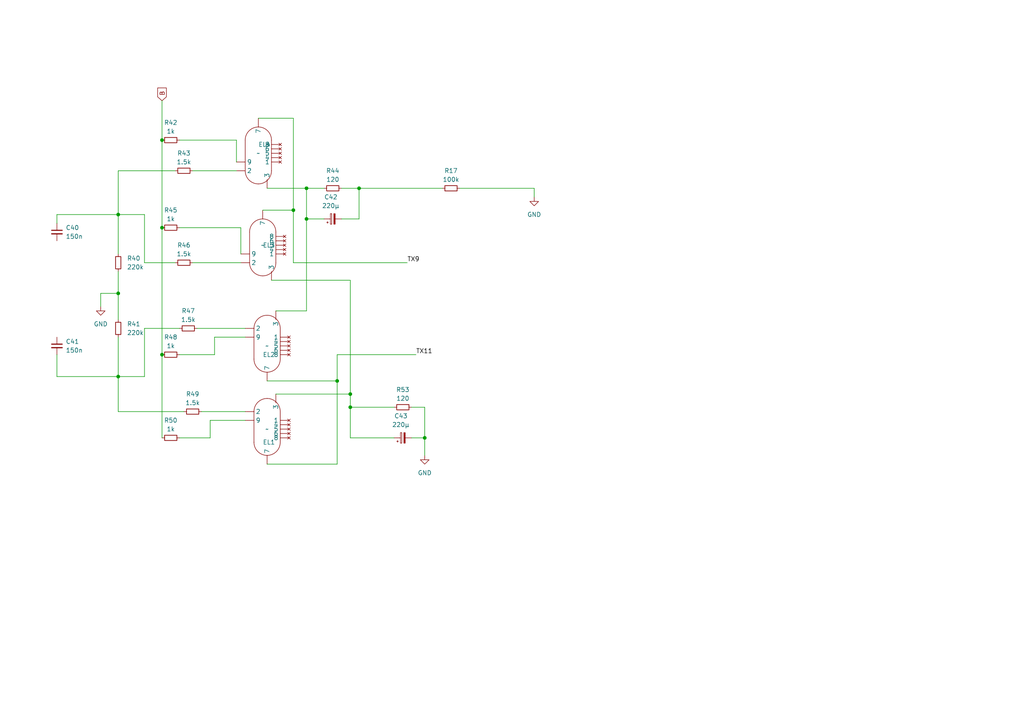
<source format=kicad_sch>
(kicad_sch (version 20230121) (generator eeschema)
  (paper "A4")
  (lib_symbols
    (symbol "Device:C_Polarized_Small" (pin_numbers hide) (pin_names (offset 0.254) hide)
      (property "Reference" "C" (at 0.254 1.778 0))
      (property "Value" "C_Polarized_Small" (at 0.254 -2.032 0))
      (symbol "C_Polarized_Small_0_1"
        (rectangle (start -1.524 -0.3048) (end 1.524 -0.6858) (fill (type outline)))
        (rectangle (start -1.524 0.6858) (end 1.524 0.3048))
        (polyline (pts (xy -1.27 1.524) (xy -0.762 1.524)))
        (polyline (pts (xy -1.016 1.27) (xy -1.016 1.778)))
      )
      (symbol "C_Polarized_Small_1_1"
        (pin passive line (at 0 2.54 270) (length 1.8542) (name "~") (number "1"))
        (pin passive line (at 0 -2.54 90) (length 1.8542) (name "~") (number "2"))
      )
    )
    (symbol "Device:C_Small" (pin_numbers hide) (pin_names (offset 0.254) hide)
      (property "Reference" "C" (at 0.254 1.778 0))
      (property "Value" "C_Small" (at 0.254 -2.032 0))
      (symbol "C_Small_0_1"
        (polyline (pts (xy -1.524 -0.508) (xy 1.524 -0.508)) (stroke (width 0.3302)))
        (polyline (pts (xy -1.524 0.508) (xy 1.524 0.508)) (stroke (width 0.3048)))
      )
      (symbol "C_Small_1_1"
        (pin passive line (at 0 2.54 270) (length 2.032) (name "~") (number "1"))
        (pin passive line (at 0 -2.54 90) (length 2.032) (name "~") (number "2"))
      )
    )
    (symbol "Device:R_Small" (pin_numbers hide) (pin_names (offset 0.254) hide)
      (property "Reference" "R" (at 0.762 0.508 0))
      (property "Value" "R_Small" (at 0.762 -1.016 0))
      (symbol "R_Small_0_1"
        (rectangle (start -0.762 1.778) (end 0.762 -1.778) (stroke (width 0.2032)))
      )
      (symbol "R_Small_1_1"
        (pin passive line (at 0 2.54 270) (length 0.762) (name "~") (number "1"))
        (pin passive line (at 0 -2.54 90) (length 0.762) (name "~") (number "2"))
      )
    )
    (symbol "Maker:EL84_rapide"
      (property "Reference" "EL84" (at 0 0 0))
      (symbol "EL84_rapide_0_1"
        (arc (start -3.81 -5.08) (mid -2.6941 -7.7741) (end 0 -8.89))
        (arc (start 0 -8.89) (mid 2.6941 -7.7741) (end 3.81 -5.08))
        (polyline (pts (xy 3.81 3.81) (xy 3.81 -5.08)))
        (polyline (pts (xy -3.81 3.81) (xy -3.81 -5.08) (xy -3.81 -1.27)))
        (arc (start 0 7.62) (mid -2.6941 6.5041) (end -3.81 3.81))
        (arc (start 3.81 3.81) (mid 2.6941 6.5041) (end 0 7.62))
      )
      (symbol "EL84_rapide_1_1"
        (pin no_connect line (at 6.35 -2.54 180) (length 2.54) (name "1") (number ""))
        (pin input line (at -6.35 -5.08 0) (length 2.54) (name "2") (number ""))
        (pin output line (at 2.54 -10.16 90) (length 2.54) (name "3") (number ""))
        (pin no_connect line (at 6.35 -1.27 180) (length 2.54) (name "4") (number ""))
        (pin no_connect line (at 6.35 0 180) (length 2.54) (name "5") (number ""))
        (pin no_connect line (at 6.35 1.27 180) (length 2.54) (name "6") (number ""))
        (pin output line (at 0 10.16 270) (length 2.54) (name "7") (number ""))
        (pin no_connect line (at 6.35 2.54 180) (length 2.54) (name "8") (number ""))
        (pin input line (at -6.35 -2.54 0) (length 2.54) (name "9") (number ""))
      )
    )
    (symbol "power:GND" (power) (pin_names (offset 0))
      (property "Value" "GND" (at 0 -3.81 0))
      (symbol "GND_0_1"
        (polyline (pts (xy 0 0) (xy 0 -1.27) (xy 1.27 -1.27) (xy 0 -2.54) (xy -1.27 -1.27) (xy 0 -1.27)))
      )
      (symbol "GND_1_1"
        (pin power_in line (at 0 0 270) (length 0) hide (name "GND") (number "1"))
      )
    )
  )
  (junction (at 101.6 118.11))
  (junction (at 46.99 66.04))
  (junction (at 104.14 54.61))
  (junction (at 34.29 85.09))
  (junction (at 46.99 40.64))
  (junction (at 34.29 109.22))
  (junction (at 88.9 63.5))
  (junction (at 88.9 54.61))
  (junction (at 97.79 110.49))
  (junction (at 101.6 114.3))
  (junction (at 123.19 127))
  (junction (at 34.29 62.23))
  (junction (at 46.99 102.87))
  (junction (at 85.09 60.96))
  (wire (pts (xy 99.06 54.61) (xy 104.14 54.61)))
  (wire (pts (xy 58.42 119.38) (xy 71.12 119.38)))
  (wire (pts (xy 60.96 121.92) (xy 60.96 127)))
  (wire (pts (xy 74.93 34.29) (xy 85.09 34.29)))
  (wire (pts (xy 34.29 119.38) (xy 34.29 109.22)))
  (wire (pts (xy 71.12 97.79) (xy 62.23 97.79)))
  (wire (pts (xy 78.74 81.28) (xy 101.6 81.28)))
  (wire (pts (xy 29.21 88.9) (xy 29.21 85.09)))
  (wire (pts (xy 46.99 40.64) (xy 46.99 66.04)))
  (wire (pts (xy 50.8 76.2) (xy 41.91 76.2)))
  (wire (pts (xy 34.29 49.53) (xy 34.29 62.23)))
  (wire (pts (xy 29.21 85.09) (xy 34.29 85.09)))
  (wire (pts (xy 114.3 127) (xy 101.6 127)))
  (wire (pts (xy 71.12 121.92) (xy 60.96 121.92)))
  (wire (pts (xy 69.85 66.04) (xy 69.85 73.66)))
  (wire (pts (xy 68.58 46.99) (xy 68.58 40.64)))
  (wire (pts (xy 99.06 63.5) (xy 104.14 63.5)))
  (wire (pts (xy 85.09 60.96) (xy 76.2 60.96)))
  (wire (pts (xy 34.29 85.09) (xy 34.29 92.71)))
  (wire (pts (xy 101.6 81.28) (xy 101.6 114.3)))
  (wire (pts (xy 97.79 102.87) (xy 120.65 102.87)))
  (wire (pts (xy 88.9 90.17) (xy 88.9 63.5)))
  (wire (pts (xy 34.29 62.23) (xy 34.29 73.66)))
  (wire (pts (xy 34.29 78.74) (xy 34.29 85.09)))
  (wire (pts (xy 97.79 110.49) (xy 97.79 102.87)))
  (wire (pts (xy 77.47 110.49) (xy 97.79 110.49)))
  (wire (pts (xy 101.6 114.3) (xy 101.6 118.11)))
  (wire (pts (xy 68.58 40.64) (xy 52.07 40.64)))
  (wire (pts (xy 93.98 63.5) (xy 88.9 63.5)))
  (wire (pts (xy 46.99 127) (xy 46.99 102.87)))
  (wire (pts (xy 60.96 127) (xy 52.07 127)))
  (wire (pts (xy 57.15 95.25) (xy 71.12 95.25)))
  (wire (pts (xy 55.88 76.2) (xy 69.85 76.2)))
  (wire (pts (xy 119.38 127) (xy 123.19 127)))
  (wire (pts (xy 123.19 118.11) (xy 123.19 127)))
  (wire (pts (xy 88.9 63.5) (xy 88.9 54.61)))
  (wire (pts (xy 85.09 76.2) (xy 85.09 60.96)))
  (wire (pts (xy 101.6 118.11) (xy 114.3 118.11)))
  (wire (pts (xy 77.47 134.62) (xy 97.79 134.62)))
  (wire (pts (xy 16.51 109.22) (xy 16.51 102.87)))
  (wire (pts (xy 34.29 109.22) (xy 16.51 109.22)))
  (wire (pts (xy 104.14 63.5) (xy 104.14 54.61)))
  (wire (pts (xy 34.29 97.79) (xy 34.29 109.22)))
  (wire (pts (xy 16.51 64.77) (xy 16.51 62.23)))
  (wire (pts (xy 62.23 102.87) (xy 52.07 102.87)))
  (wire (pts (xy 62.23 97.79) (xy 62.23 102.87)))
  (wire (pts (xy 80.01 90.17) (xy 88.9 90.17)))
  (wire (pts (xy 41.91 76.2) (xy 41.91 62.23)))
  (wire (pts (xy 133.35 54.61) (xy 154.94 54.61)))
  (wire (pts (xy 104.14 54.61) (xy 128.27 54.61)))
  (wire (pts (xy 88.9 54.61) (xy 93.98 54.61)))
  (wire (pts (xy 16.51 62.23) (xy 34.29 62.23)))
  (wire (pts (xy 55.88 49.53) (xy 68.58 49.53)))
  (wire (pts (xy 53.34 119.38) (xy 34.29 119.38)))
  (wire (pts (xy 34.29 109.22) (xy 41.91 109.22)))
  (wire (pts (xy 46.99 29.21) (xy 46.99 40.64)))
  (wire (pts (xy 118.11 76.2) (xy 85.09 76.2)))
  (wire (pts (xy 46.99 66.04) (xy 46.99 102.87)))
  (wire (pts (xy 41.91 95.25) (xy 41.91 109.22)))
  (wire (pts (xy 52.07 66.04) (xy 69.85 66.04)))
  (wire (pts (xy 50.8 49.53) (xy 34.29 49.53)))
  (wire (pts (xy 101.6 127) (xy 101.6 118.11)))
  (wire (pts (xy 154.94 54.61) (xy 154.94 57.15)))
  (wire (pts (xy 41.91 62.23) (xy 34.29 62.23)))
  (wire (pts (xy 80.01 114.3) (xy 101.6 114.3)))
  (wire (pts (xy 97.79 134.62) (xy 97.79 110.49)))
  (wire (pts (xy 52.07 95.25) (xy 41.91 95.25)))
  (wire (pts (xy 77.47 54.61) (xy 88.9 54.61)))
  (wire (pts (xy 123.19 127) (xy 123.19 132.08)))
  (wire (pts (xy 85.09 34.29) (xy 85.09 60.96)))
  (wire (pts (xy 119.38 118.11) (xy 123.19 118.11)))
  (label "TX11" (at 120.65 102.87 0))
  (label "TX9" (at 118.11 76.2 0))
  (global_label "B" (shape input) (at 46.99 29.21 90) (property "Intersheetrefs" "${INTERSHEET_REFS}" (effects hide)))
  (symbol (lib_id "Device:R_Small") (at 54.61 95.25 90) (unit 1)
    (property "Reference" "R47" (at 54.61 90.17 90))
    (property "Value" "1.5k" (at 54.61 92.71 90))
  )
  (symbol (lib_id "Device:R_Small") (at 96.52 54.61 90) (unit 1)
    (property "Reference" "R44" (at 96.52 49.53 90))
    (property "Value" "120" (at 96.52 52.07 90))
  )
  (symbol (lib_id "Maker:EL84_rapide") (at 77.47 124.46 0) (mirror x) (unit 1)
    (property "Reference" "EL1" (at 76.2 128.27 0) (effects (justify left)))
    (property "Value" "~" (at 77.47 124.46 0))
  )
  (symbol (lib_id "Device:R_Small") (at 55.88 119.38 90) (unit 1)
    (property "Reference" "R49" (at 55.88 114.3 90))
    (property "Value" "1.5k" (at 55.88 116.84 90))
  )
  (symbol (lib_id "Device:C_Polarized_Small") (at 116.84 127 90) (unit 1)
    (property "Reference" "C43" (at 116.2939 120.65 90))
    (property "Value" "220µ" (at 116.2939 123.19 90))
  )
  (symbol (lib_id "Device:C_Small") (at 16.51 67.31 0) (unit 1)
    (property "Reference" "C40" (at 19.05 66.0463 0) (effects (justify left)))
    (property "Value" "150n" (at 19.05 68.5863 0) (effects (justify left)))
  )
  (symbol (lib_id "power:GND") (at 123.19 132.08 0) (unit 1)
    (property "Reference" "#PWR018" (effects hide))
    (property "Value" "GND" (at 123.19 137.16 0))
  )
  (symbol (lib_id "power:GND") (at 154.94 57.15 0) (unit 1)
    (property "Reference" "#PWR020" (effects hide))
    (property "Value" "GND" (at 154.94 62.23 0))
  )
  (symbol (lib_id "Device:R_Small") (at 53.34 49.53 90) (unit 1)
    (property "Reference" "R43" (at 53.34 44.45 90))
    (property "Value" "1.5k" (at 53.34 46.99 90))
  )
  (symbol (lib_id "Maker:EL84_rapide") (at 74.93 44.45 0) (unit 1)
    (property "Reference" "EL4" (at 74.93 41.91 0) (effects (justify left)))
    (property "Value" "~" (at 74.93 44.45 0))
  )
  (symbol (lib_id "Device:R_Small") (at 49.53 102.87 90) (unit 1)
    (property "Reference" "R48" (at 49.53 97.79 90))
    (property "Value" "1k" (at 49.53 100.33 90))
  )
  (symbol (lib_id "Device:C_Polarized_Small") (at 96.52 63.5 90) (unit 1)
    (property "Reference" "C42" (at 95.9739 57.15 90))
    (property "Value" "220µ" (at 95.9739 59.69 90))
  )
  (symbol (lib_id "Device:R_Small") (at 34.29 76.2 0) (unit 1)
    (property "Reference" "R40" (at 36.83 74.93 0) (effects (justify left)))
    (property "Value" "220k" (at 36.83 77.47 0) (effects (justify left)))
  )
  (symbol (lib_id "power:GND") (at 29.21 88.9 0) (unit 1)
    (property "Reference" "#PWR017" (effects hide))
    (property "Value" "GND" (at 29.21 93.98 0))
  )
  (symbol (lib_id "Device:R_Small") (at 34.29 95.25 0) (unit 1)
    (property "Reference" "R41" (at 36.83 93.98 0) (effects (justify left)))
    (property "Value" "220k" (at 36.83 96.52 0) (effects (justify left)))
  )
  (symbol (lib_id "Maker:EL84_rapide") (at 77.47 100.33 0) (mirror x) (unit 1)
    (property "Reference" "EL2" (at 76.2 102.87 0) (effects (justify left)))
    (property "Value" "~" (at 77.47 100.33 0))
  )
  (symbol (lib_id "Maker:EL84_rapide") (at 76.2 71.12 0) (unit 1)
    (property "Reference" "EL3" (at 76.2 71.12 0) (effects (justify left)))
    (property "Value" "~" (at 76.2 71.12 0))
  )
  (symbol (lib_id "Device:R_Small") (at 53.34 76.2 90) (unit 1)
    (property "Reference" "R46" (at 53.34 71.12 90))
    (property "Value" "1.5k" (at 53.34 73.66 90))
  )
  (symbol (lib_id "Device:R_Small") (at 130.81 54.61 90) (unit 1)
    (property "Reference" "R17" (at 130.81 49.53 90))
    (property "Value" "100k" (at 130.81 52.07 90))
  )
  (symbol (lib_id "Device:R_Small") (at 49.53 127 90) (unit 1)
    (property "Reference" "R50" (at 49.53 121.92 90))
    (property "Value" "1k" (at 49.53 124.46 90))
  )
  (symbol (lib_id "Device:R_Small") (at 49.53 66.04 270) (unit 1)
    (property "Reference" "R45" (at 49.53 60.96 90))
    (property "Value" "1k" (at 49.53 63.5 90))
  )
  (symbol (lib_id "Device:C_Small") (at 16.51 100.33 0) (unit 1)
    (property "Reference" "C41" (at 19.05 99.0663 0) (effects (justify left)))
    (property "Value" "150n" (at 19.05 101.6063 0) (effects (justify left)))
  )
  (symbol (lib_id "Device:R_Small") (at 49.53 40.64 90) (unit 1)
    (property "Reference" "R42" (at 49.53 35.56 90))
    (property "Value" "1k" (at 49.53 38.1 90))
  )
  (symbol (lib_id "Device:R_Small") (at 116.84 118.11 90) (unit 1)
    (property "Reference" "R53" (at 116.84 113.03 90))
    (property "Value" "120" (at 116.84 115.57 90))
  )
)
</source>
